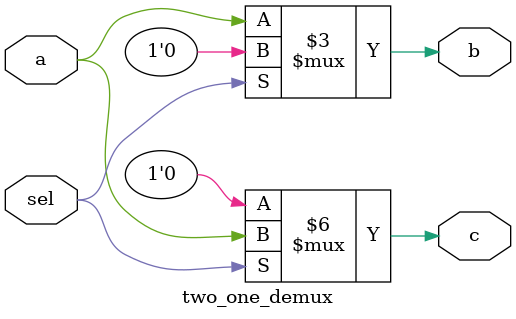
<source format=v>
`timescale 1ns / 1ps

module two_one_demux(
input a,sel,
output reg b,c
    );
    
  always@(*)begin
    if(sel)begin c=a;b=1'b0;end
    else begin b=a; c=1'b0;end
  end  
    
endmodule

</source>
